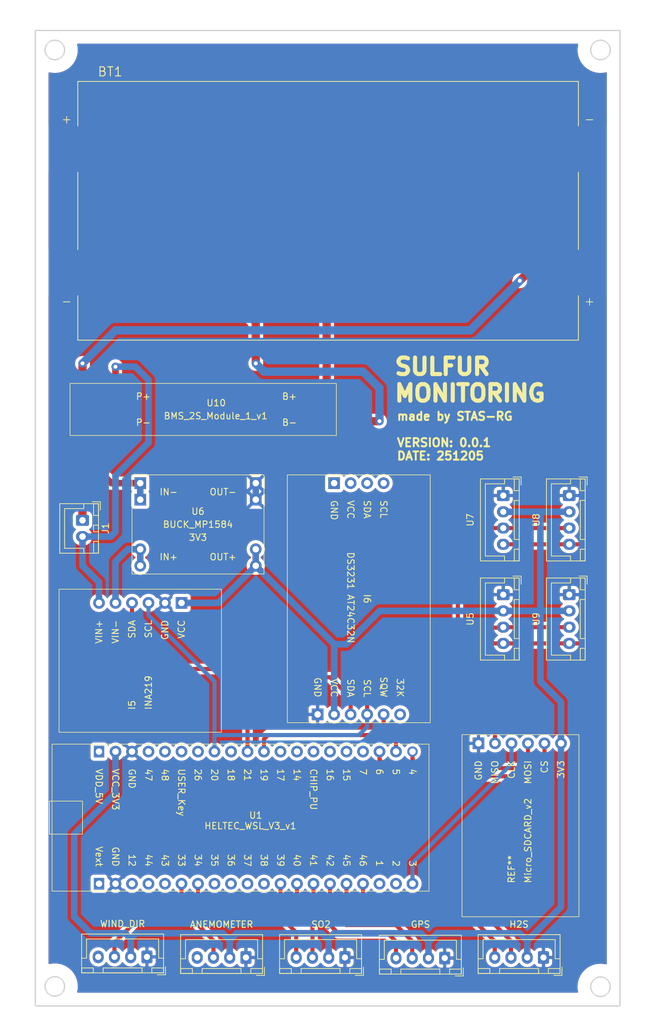
<source format=kicad_pcb>
(kicad_pcb (version 20241229) (generator "pcbnew") (generator_version "9.0")
  (layers (0 "F.Cu" signal) (2 "B.Cu" signal) (13 "F.Paste" user) (15 "B.Paste" user) (5 "F.SilkS" user "F.Silkscreen") (7 "B.SilkS" user "B.Silkscreen") (1 "F.Mask" user) (3 "B.Mask" user) (25 "Edge.Cuts" user))
  (net 0 "")
  (net 1 "+3V3")
  (net 2 "GND")
  (net 3 "SO2_TX")
  (net 4 "SO2_RX")
  (net 7 "H2S_RX")
  (net 8 "H2S_TX")
  (net 12 "GPS_TX")
  (net 15 "GPS_RX")
  (net 16 "I2C_SCL")
  (net 22 "I2C_SDA")
  (net 23 "Net-(I5-VIN-)")
  (net 24 "BMS_P+")
  (net 25 "RTC_INT_SQW")
  (net 31 "ADC_WIND_DIR")
  (net 32 "SPI_MOSI")
  (net 34 "SPI_SCK")
  (net 35 "SD_CS")
  (net 38 "SPI_MISO")
  (net 40 "ADC_ANEMOMETER")
  (net 41 "BMS_P-")
  (net 50 "Net-(U10-BM)")
  (net 51 "Net-(U10-B-)")
  (net 52 "Net-(U10-B+)")
  (footprint "Custom Board:uBlox_NEO-6M_Module_JST" (layer "F.Cu") (at 100.29 167.55 180)
    (property "Reference" "I3" (hide yes))
    (property "Value" "uBlox_NEO-6M" (hide yes))
    (fp_text user "GPS" (at 0 5.08 0) (layer "F.SilkS"))
    (pad "1" thru_hole roundrect (at -3.73 -0.09 180) (size 1.7 1.95) (drill 0.95) (layers "*.Cu" "*.Mask") (roundrect_rratio 0.147059) (net 2 "GND"))
    (pad "2" thru_hole oval (at -1.23 -0.09 180) (size 1.7 1.95) (drill 0.95) (layers "*.Cu" "*.Mask") (net 1 "+3V3"))
    (pad "3" thru_hole oval (at 1.27 -0.09 180) (size 1.7 1.95) (drill 0.95) (layers "*.Cu" "*.Mask") (net 12 "GPS_TX"))
    (pad "4" thru_hole oval (at 3.77 -0.09 180) (size 1.7 1.95) (drill 0.95) (layers "*.Cu" "*.Mask") (net 15 "GPS_RX"))
  )
  (footprint "Connector_JST:JST_XH_B4B-XH-A_1x04_P2.50mm_Vertical" (layer "F.Cu") (at 123.19 111.76 -90)
    (property "Reference" "U9" (at 3.75 5.08 90) (layer "F.SilkS"))
    (property "Value" "I2C_EXPANDER_JST")
    (pad "1" thru_hole roundrect (at 0 0 270) (size 1.7 1.95) (drill 0.95) (layers "*.Cu" "*.Mask") (roundrect_rratio 0.147059) (net 2 "GND"))
    (pad "2" thru_hole oval (at 2.5 0 270) (size 1.7 1.95) (drill 0.95) (layers "*.Cu" "*.Mask") (net 1 "+3V3"))
    (pad "3" thru_hole oval (at 5 0 270) (size 1.7 1.95) (drill 0.95) (layers "*.Cu" "*.Mask") (net 22 "I2C_SDA"))
    (pad "4" thru_hole oval (at 7.5 0 270) (size 1.7 1.95) (drill 0.95) (layers "*.Cu" "*.Mask") (net 16 "I2C_SCL"))
  )
  (footprint "Custom Board:TB600C_H2S_Module" (layer "F.Cu") (at 115.45 167.55 180)
    (property "Reference" "I2" (hide yes))
    (property "Value" "TB600C_H2S" (hide yes))
    (fp_text user "H2S" (at 0 5.08 0) (layer "F.SilkS"))
    (pad "1" thru_hole roundrect (at -3.77 0 180) (size 1.7 1.95) (drill 0.95) (layers "*.Cu" "*.Mask") (roundrect_rratio 0.147059) (net 2 "GND"))
    (pad "2" thru_hole oval (at -1.27 0 180) (size 1.7 1.95) (drill 0.95) (layers "*.Cu" "*.Mask") (net 1 "+3V3"))
    (pad "3" thru_hole oval (at 1.23 0 180) (size 1.7 1.95) (drill 0.95) (layers "*.Cu" "*.Mask") (net 8 "H2S_TX"))
    (pad "4" thru_hole oval (at 3.73 0 180) (size 1.7 1.95) (drill 0.95) (layers "*.Cu" "*.Mask") (net 7 "H2S_RX"))
  )
  (footprint "Custom Board:DS3231_Module" (layer "F.Cu") (at 89.535 112.395 -90)
    (property "Reference" "I6" (at 0 -2.54 270) (layer "F.SilkS"))
    (property "Value" "DS3231​")
    (fp_text user "GND" (at -15.24 2.54 270) (layer "F.SilkS") (effects (justify left)))
    (fp_text user "VCC" (at -15.24 0 270) (layer "F.SilkS") (effects (justify left)))
    (fp_text user "SDA" (at 15.24 -0.000001 270) (layer "F.SilkS") (effects (font (thickness 0.15) (bold yes)) (justify right)))
    (fp_text user "VCC" (at 15.24 2.539999 270) (layer "F.SilkS") (effects (font (thickness 0.15) (bold yes)) (justify right)))
    (fp_text user "SCL" (at 15.24 -2.540001 270) (layer "F.SilkS") (effects (font (thickness 0.15) (bold yes)) (justify right)))
    (fp_text user "SDA" (at -15.24 -2.54 270) (layer "F.SilkS") (effects (justify left)))
    (fp_text user "DS3231 AT24C32N" (at -0.185 0 270) (layer "F.SilkS"))
    (fp_text user "32K" (at 15.24 -7.620001 270) (layer "F.SilkS") (effects (font (thickness 0.15) (bold yes)) (justify right)))
    (fp_text user "GND" (at 15.24 5.079999 270) (layer "F.SilkS") (effects (font (thickness 0.15) (bold yes)) (justify right)))
    (fp_text user "SQW" (at 15.24 -5.080001 270) (layer "F.SilkS") (effects (font (thickness 0.15) (bold yes)) (justify right)))
    (fp_text user "SCL" (at -15.24 -5.08 270) (layer "F.SilkS") (effects (justify left)))
    (pad "1" thru_hole rect (at 17.78 5.079999 90) (size 1.8 1.8) (drill 1) (layers "*.Cu" "*.Mask") (net 2 "GND"))
    (pad "2" thru_hole circle (at 17.78 2.539999 90) (size 1.8 1.8) (drill 1) (layers "*.Cu" "*.Mask") (net 1 "+3V3"))
    (pad "3" thru_hole circle (at 17.78 -0.000001 90) (size 1.8 1.8) (drill 1) (layers "*.Cu" "*.Mask") (net 22 "I2C_SDA"))
    (pad "4" thru_hole circle (at 17.78 -2.540001 90) (size 1.8 1.8) (drill 1) (layers "*.Cu" "*.Mask") (net 16 "I2C_SCL"))
    (pad "5" thru_hole circle (at 17.78 -5.080001 90) (size 1.8 1.8) (drill 1) (layers "*.Cu" "*.Mask") (net 25 "RTC_INT_SQW"))
    (pad "6" thru_hole circle (at 17.78 -7.620001 90) (size 1.8 1.8) (drill 1) (layers "*.Cu" "*.Mask"))
    (pad "7" thru_hole rect (at -17.78 2.54 90) (size 1.8 1.8) (drill 1) (layers "*.Cu" "*.Mask"))
    (pad "8" thru_hole circle (at -17.78 0 90) (size 1.8 1.8) (drill 1) (layers "*.Cu" "*.Mask"))
    (pad "9" thru_hole circle (at -17.78 -2.54 90) (size 1.8 1.8) (drill 1) (layers "*.Cu" "*.Mask"))
    (pad "10" thru_hole circle (at -17.78 -5.08 90) (size 1.8 1.8) (drill 1) (layers "*.Cu" "*.Mask"))
  )
  (footprint "Connector_JST:JST_XH_B2B-XH-A_1x02_P2.50mm_Vertical" (layer "F.Cu") (at 48.26 100.33 -90)
    (property "Reference" "J1" (at 1.25 -3.55 90) (layer "F.SilkS"))
    (property "Value" "Conn_01x02")
    (pad "1" thru_hole roundrect (at 0 0 270) (size 1.7 2) (drill 1) (layers "*.Cu" "*.Mask") (roundrect_rratio 0.147059) (net 41 "BMS_P-"))
    (pad "2" thru_hole oval (at 2.5 0 270) (size 1.7 2) (drill 1) (layers "*.Cu" "*.Mask") (net 24 "BMS_P+"))
  )
  (footprint "Custom Board:Heltec_WSL_V3_Module" (layer "F.Cu") (at 71.12 146.05 -90)
    (property "Reference" "U1" (at -0.36 -3.81 0) (layer "F.SilkS"))
    (property "Value" "Heltec_WSL_V3")
    (fp_text user "18" (at -7.62 0 270) (layer "F.SilkS") (effects (justify left)))
    (fp_text user "43" (at 7.62 10.16 270) (layer "F.SilkS") (effects (justify right)))
    (fp_text user "2" (at 7.62 -25.4 270) (layer "F.SilkS") (effects (justify right)))
    (fp_text user "GND" (at -7.62 15.24 270) (layer "F.SilkS") (effects (justify left)))
    (fp_text user "35" (at 7.62 2.54 270) (layer "F.SilkS") (effects (justify right)))
    (fp_text user "20" (at -7.62 2.54 270) (layer "F.SilkS") (effects (justify left)))
    (fp_text user "48" (at -7.62 10.16 270) (layer "F.SilkS") (effects (justify left)))
    (fp_text user "26" (at -7.62 5.08 270) (layer "F.SilkS") (effects (justify left)))
    (fp_text user "1" (at 7.62 -22.86 270) (layer "F.SilkS") (effects (justify right)))
    (fp_text user "37" (at 7.62 -2.54 270) (layer "F.SilkS") (effects (justify right)))
    (fp_text user "12" (at 7.62 15.24 270) (layer "F.SilkS") (effects (justify right)))
    (fp_text user "21" (at -7.62 -2.54 270) (layer "F.SilkS") (effects (justify left)))
    (fp_text user "42" (at 7.62 -15.24 270) (layer "F.SilkS") (effects (justify right)))
    (fp_text user "VCC_3V3" (at -7.62 17.78 270) (layer "F.SilkS") (effects (justify left)))
    (fp_text user "36" (at 7.62 0 270) (layer "F.SilkS") (effects (justify right)))
    (fp_text user "Vext" (at 7.62 20.32 270) (layer "F.SilkS") (effects (justify right)))
    (fp_text user "39" (at 7.62 -7.62 270) (layer "F.SilkS") (effects (justify right)))
    (fp_text user "19" (at -7.62 -5.08 270) (layer "F.SilkS") (effects (justify left)))
    (fp_text user "GND" (at 7.62 17.78 270) (layer "F.SilkS") (effects (justify right)))
    (fp_text user "HELTEC_WSL_V3_v1" (at 1.27 -10.16 0) (layer "F.SilkS") (effects (justify right)))
    (fp_text user "38" (at 7.62 -5.08 270) (layer "F.SilkS") (effects (justify right)))
    (fp_text user "4" (at -7.62 -27.94 270) (layer "F.SilkS") (effects (justify left)))
    (fp_text user "40" (at 7.62 -10.16 270) (layer "F.SilkS") (effects (justify right)))
    (fp_text user "33" (at 7.62 7.62 270) (layer "F.SilkS") (effects (justify right)))
    (fp_text user "45" (at 7.62 -17.78 270) (layer "F.SilkS") (effects (justify right)))
    (fp_text user "46" (at 7.62 -20.32 270) (layer "F.SilkS") (effects (justify right)))
    (fp_text user "USER_Key" (at -7.62 7.62 270) (layer "F.SilkS") (effects (justify left)))
    (fp_text user "CHIP_PU" (at -7.62 -12.7 270) (layer "F.SilkS") (effects (justify left)))
    (fp_text user "41" (at 7.62 -12.7 270) (layer "F.SilkS") (effects (justify right)))
    (fp_text user "34" (at 7.62 5.08 270) (layer "F.SilkS") (effects (justify right)))
    (fp_text user "44" (at 7.62 12.7 270) (layer "F.SilkS") (effects (justify right)))
    (fp_text user "VDD_5V" (at -7.62 20.32 270) (layer "F.SilkS") (effects (justify left)))
    (fp_text user "17" (at -7.62 -7.62 270) (layer "F.SilkS") (effects (justify left)))
    (fp_text user "15" (at -7.62 -17.78 270) (layer "F.SilkS") (effects (justify left)))
    (fp_text user "14" (at -7.62 -10.16 270) (layer "F.SilkS") (effects (justify left)))
    (fp_text user "5" (at -7.62 -25.4 270) (layer "F.SilkS") (effects (justify left)))
    (fp_text user "7" (at -7.62 -20.32 270) (layer "F.SilkS") (effects (justify left)))
    (fp_text user "6" (at -7.62 -22.86 270) (layer "F.SilkS") (effects (justify left)))
    (fp_text user "47" (at -7.62 12.7 270) (layer "F.SilkS") (effects (justify left)))
    (fp_text user "16" (at -7.62 -15.24 270) (layer "F.SilkS") (effects (justify left)))
    (fp_text user "3" (at 7.62 -27.94 270) (layer "F.SilkS") (effects (justify right)))
    (pad "1" thru_hole rect (at 10.16 20.32 270) (size 1.8 1.6) (drill 1) (layers "*.Cu" "*.Mask"))
    (pad "2" thru_hole circle (at 10.16 17.78 180) (size 1.8 1.8) (drill 1) (layers "*.Cu" "*.Mask") (net 2 "GND"))
    (pad "3" thru_hole circle (at 10.16 15.24 180) (size 1.8 1.8) (drill 1) (layers "*.Cu" "*.Mask"))
    (pad "4" thru_hole circle (at 10.16 12.7 180) (size 1.8 1.8) (drill 1) (layers "*.Cu" "*.Mask"))
    (pad "5" thru_hole circle (at 10.16 10.16 180) (size 1.8 1.8) (drill 1) (layers "*.Cu" "*.Mask"))
    (pad "6" thru_hole circle (at 10.16 7.62 180) (size 1.8 1.8) (drill 1) (layers "*.Cu" "*.Mask") (net 31 "ADC_WIND_DIR"))
    (pad "7" thru_hole circle (at 10.16 5.08 180) (size 1.8 1.8) (drill 1) (layers "*.Cu" "*.Mask") (net 40 "ADC_ANEMOMETER"))
    (pad "8" thru_hole circle (at 10.16 2.54 180) (size 1.8 1.8) (drill 1) (layers "*.Cu" "*.Mask"))
    (pad "9" thru_hole circle (at 10.16 0 180) (size 1.8 1.8) (drill 1) (layers "*.Cu" "*.Mask"))
    (pad "10" thru_hole circle (at 10.16 -2.54 180) (size 1.8 1.8) (drill 1) (layers "*.Cu" "*.Mask"))
    (pad "11" thru_hole circle (at 10.16 -5.08 180) (size 1.8 1.8) (drill 1) (layers "*.Cu" "*.Mask"))
    (pad "12" thru_hole circle (at 10.16 -7.62 180) (size 1.8 1.8) (drill 1) (layers "*.Cu" "*.Mask") (net 4 "SO2_RX"))
    (pad "13" thru_hole circle (at 10.16 -10.16 180) (size 1.8 1.8) (drill 1) (layers "*.Cu" "*.Mask") (net 3 "SO2_TX"))
    (pad "14" thru_hole circle (at 10.16 -12.7 180) (size 1.8 1.8) (drill 1) (layers "*.Cu" "*.Mask") (net 15 "GPS_RX"))
    (pad "15" thru_hole circle (at 10.16 -15.24 180) (size 1.8 1.8) (drill 1) (layers "*.Cu" "*.Mask") (net 12 "GPS_TX"))
    (pad "16" thru_hole circle (at 10.16 -17.78 180) (size 1.8 1.8) (drill 1) (layers "*.Cu" "*.Mask") (net 7 "H2S_RX"))
    (pad "17" thru_hole circle (at 10.16 -20.32 180) (size 1.8 1.8) (drill 1) (layers "*.Cu" "*.Mask") (net 8 "H2S_TX"))
    (pad "18" thru_hole circle (at 10.16 -22.86 180) (size 1.8 1.8) (drill 1) (layers "*.Cu" "*.Mask"))
    (pad "19" thru_hole circle (at 10.16 -25.4 180) (size 1.8 1.8) (drill 1) (layers "*.Cu" "*.Mask"))
    (pad "20" thru_hole circle (at 10.16 -27.94 180) (size 1.8 1.8) (drill 1) (layers "*.Cu" "*.Mask") (net 34 "SPI_SCK"))
    (pad "21" thru_hole rect (at -10.16 20.32 270) (size 1.8 1.6) (drill 1) (layers "*.Cu" "*.Mask"))
    (pad "22" thru_hole circle (at -10.16 17.78 180) (size 1.8 1.8) (drill 1) (layers "*.Cu" "*.Mask") (net 1 "+3V3"))
    (pad "23" thru_hole circle (at -10.16 15.24 180) (size 1.8 1.8) (drill 1) (layers "*.Cu" "*.Mask") (net 2 "GND"))
    (pad "24" thru_hole circle (at -10.16 12.7 180) (size 1.8 1.8) (drill 1) (layers "*.Cu" "*.Mask"))
    (pad "25" thru_hole circle (at -10.16 10.16 180) (size 1.8 1.8) (drill 1) (layers "*.Cu" "*.Mask"))
    (pad "26" thru_hole circle (at -10.16 7.62 180) (size 1.8 1.8) (drill 1) (layers "*.Cu" "*.Mask"))
    (pad "27" thru_hole circle (at -10.16 5.08 180) (size 1.8 1.8) (drill 1) (layers "*.Cu" "*.Mask"))
    (pad "28" thru_hole circle (at -10.16 2.54 180) (size 1.8 1.8) (drill 1) (layers "*.Cu" "*.Mask") (net 16 "I2C_SCL"))
    (pad "29" thru_hole circle (at -10.16 0 180) (size 1.8 1.8) (drill 1) (layers "*.Cu" "*.Mask"))
    (pad "30" thru_hole circle (at -10.16 -2.54 180) (size 1.8 1.8) (drill 1) (layers "*.Cu" "*.Mask") (net 22 "I2C_SDA"))
    (pad "31" thru_hole circle (at -10.16 -5.08 180) (size 1.8 1.8) (drill 1) (layers "*.Cu" "*.Mask") (net 25 "RTC_INT_SQW"))
    (pad "32" thru_hole circle (at -10.16 -7.62 180) (size 1.8 1.8) (drill 1) (layers "*.Cu" "*.Mask"))
    (pad "33" thru_hole circle (at -10.16 -10.16 180) (size 1.8 1.8) (drill 1) (layers "*.Cu" "*.Mask"))
    (pad "34" thru_hole circle (at -10.16 -12.7 180) (size 1.8 1.8) (drill 1) (layers "*.Cu" "*.Mask"))
    (pad "35" thru_hole circle (at -10.16 -15.24 180) (size 1.8 1.8) (drill 1) (layers "*.Cu" "*.Mask"))
    (pad "36" thru_hole circle (at -10.16 -17.78 180) (size 1.8 1.8) (drill 1) (layers "*.Cu" "*.Mask"))
    (pad "37" thru_hole circle (at -10.16 -20.32 180) (size 1.8 1.8) (drill 1) (layers "*.Cu" "*.Mask"))
    (pad "38" thru_hole circle (at -10.16 -22.86 180) (size 1.8 1.8) (drill 1) (layers "*.Cu" "*.Mask") (net 35 "SD_CS"))
    (pad "39" thru_hole circle (at -10.16 -25.4 180) (size 1.8 1.8) (drill 1) (layers "*.Cu" "*.Mask") (net 38 "SPI_MISO"))
    (pad "40" thru_hole circle (at -10.16 -27.94 180) (size 1.6 1.6) (drill 1) (layers "*.Cu" "*.Mask") (net 32 "SPI_MOSI"))
  )
  (footprint "Custom Board:Micro_SDCARD_v2_Module" (layer "F.Cu") (at 115.57 147.32 90)
    (property "Reference" "U3" (hide yes))
    (property "Value" "Micro_SDCARD_v2" (hide yes))
    (fp_text user "CLK" (at 10.16 -1.27 90) (layer "F.SilkS") (effects (justify right)))
    (fp_text user "GND" (at 10.16 -6.35 90) (layer "F.SilkS") (effects (justify right)))
    (fp_text user "3V3" (at 10.16 6.35 90) (layer "F.SilkS") (effects (justify right)))
    (fp_text user "MISO" (at 10.16 -3.81 90) (layer "F.SilkS") (effects (justify right)))
    (fp_text user "Micro_SDCARD_v2" (at -8.89 1.27 90) (layer "F.SilkS") (effects (justify left)))
    (fp_text user "REF**" (at -8.89 -1.27 90) (layer "F.SilkS") (effects (justify left)))
    (fp_text user "MOSI" (at 10.16 1.27 90) (layer "F.SilkS") (effects (justify right)))
    (fp_text user "CS" (at 10.16 3.81 90) (layer "F.SilkS") (effects (justify right)))
    (pad "1" thru_hole rect (at 12.7 -6.35) (size 1.8 1.8) (drill 1) (layers "*.Cu" "*.Mask") (net 2 "GND"))
    (pad "2" thru_hole circle (at 12.7 -3.81) (size 1.8 1.8) (drill 1) (layers "*.Cu" "*.Mask") (net 38 "SPI_MISO"))
    (pad "3" thru_hole circle (at 12.7 -1.27) (size 1.8 1.8) (drill 1) (layers "*.Cu" "*.Mask") (net 34 "SPI_SCK"))
    (pad "4" thru_hole circle (at 12.7 1.27) (size 1.8 1.8) (drill 1) (layers "*.Cu" "*.Mask") (net 32 "SPI_MOSI"))
    (pad "5" thru_hole circle (at 12.7 3.81) (size 1.8 1.8) (drill 1) (layers "*.Cu" "*.Mask") (net 35 "SD_CS"))
    (pad "6" thru_hole circle (at 12.7 6.35) (size 1.8 1.8) (drill 1) (layers "*.Cu" "*.Mask") (net 1 "+3V3"))
  )
  (footprint "Connector_JST:JST_XH_B4B-XH-A_1x04_P2.50mm_Vertical" (layer "F.Cu") (at 113.03 96.52 -90)
    (property "Reference" "U7" (at 3.75 5.08 90) (layer "F.SilkS"))
    (property "Value" "Light_Sensor_I2C_JST")
    (pad "1" thru_hole roundrect (at 0 0 270) (size 1.7 1.95) (drill 0.95) (layers "*.Cu" "*.Mask") (roundrect_rratio 0.147059) (net 2 "GND"))
    (pad "2" thru_hole oval (at 2.5 0 270) (size 1.7 1.95) (drill 0.95) (layers "*.Cu" "*.Mask") (net 1 "+3V3"))
    (pad "3" thru_hole oval (at 5 0 270) (size 1.7 1.95) (drill 0.95) (layers "*.Cu" "*.Mask") (net 22 "I2C_SDA"))
    (pad "4" thru_hole oval (at 7.5 0 270) (size 1.7 1.95) (drill 0.95) (layers "*.Cu" "*.Mask") (net 16 "I2C_SCL"))
  )
  (footprint "Connector_JST:JST_XH_B4B-XH-A_1x04_P2.50mm_Vertical" (layer "F.Cu") (at 123.19 96.52 -90)
    (property "Reference" "U8" (at 3.75 5.08 90) (layer "F.SilkS"))
    (property "Value" "I2C_EXPANDER_JST")
    (pad "1" thru_hole roundrect (at 0 0 270) (size 1.7 1.95) (drill 0.95) (layers "*.Cu" "*.Mask") (roundrect_rratio 0.147059) (net 2 "GND"))
    (pad "2" thru_hole oval (at 2.5 0 270) (size 1.7 1.95) (drill 0.95) (layers "*.Cu" "*.Mask") (net 1 "+3V3"))
    (pad "3" thru_hole oval (at 5 0 270) (size 1.7 1.95) (drill 0.95) (layers "*.Cu" "*.Mask") (net 22 "I2C_SDA"))
    (pad "4" thru_hole oval (at 7.5 0 270) (size 1.7 1.95) (drill 0.95) (layers "*.Cu" "*.Mask") (net 16 "I2C_SCL"))
  )
  (footprint "1048:BAT_1048" (layer "F.Cu") (at 86.066 52.735)
    (property "Reference" "BT1" (at -33.555 -21.389 0) (layer "F.SilkS") (effects (font (size 1.4 1.4))))
    (property "Value" "1048")
    (pad "N1" smd rect (at 39.08 -9.555) (size 6.84 6.35) (layers "F.Cu" "F.Mask" "F.Paste") (net 50 "Net-(U10-BM)"))
    (pad "N2" smd rect (at -39.08 9.555) (size 6.84 6.35) (layers "F.Cu" "F.Mask" "F.Paste") (net 51 "Net-(U10-B-)"))
    (pad "P1" smd rect (at -39.08 -9.555) (size 6.84 6.35) (layers "F.Cu" "F.Mask" "F.Paste") (net 52 "Net-(U10-B+)"))
    (pad "P2" smd rect (at 39.08 9.555) (size 6.84 6.35) (layers "F.Cu" "F.Mask" "F.Paste") (net 50 "Net-(U10-BM)"))
  )
  (footprint "Custom Board:STASRG_Anemometer_Module" (layer "F.Cu") (at 69.67 167.55 180)
    (property "Reference" "U2" (hide yes))
    (property "Value" "Anemometer")
    (fp_text user "ANEMOMETER" (at 0 5.08 0) (layer "F.SilkS"))
    (pad "1" thru_hole roundrect (at -3.75 0 180) (size 1.7 1.95) (drill 0.95) (layers "*.Cu" "*.Mask") (roundrect_rratio 0.147059) (net 2 "GND"))
    (pad "2" thru_hole oval (at -1.25 0 180) (size 1.7 1.95) (drill 0.95) (layers "*.Cu" "*.Mask") (net 1 "+3V3"))
    (pad "3" thru_hole oval (at 1.25 0 180) (size 1.7 1.95) (drill 0.95) (layers "*.Cu" "*.Mask") (net 40 "ADC_ANEMOMETER"))
    (pad "4" thru_hole oval (at 3.75 0 180) (size 1.7 1.95) (drill 0.95) (layers "*.Cu" "*.Mask"))
  )
  (footprint "Custom Board:STASRG_Wind_Dir_Module" (layer "F.Cu") (at 54.43 167.46 180)
    (property "Reference" "U4" (hide yes))
    (property "Value" "Wind_Direction" (hide yes))
    (fp_text user "WIND_DIR" (at 0 5.08 0) (layer "F.SilkS"))
    (pad "1" thru_hole roundrect (at -3.75 0 180) (size 1.7 1.95) (drill 0.95) (layers "*.Cu" "*.Mask") (roundrect_rratio 0.147059) (net 2 "GND"))
    (pad "2" thru_hole oval (at -1.25 0 180) (size 1.7 1.95) (drill 0.95) (layers "*.Cu" "*.Mask") (net 1 "+3V3"))
    (pad "3" thru_hole oval (at 1.25 0 180) (size 1.7 1.95) (drill 0.95) (layers "*.Cu" "*.Mask") (net 31 "ADC_WIND_DIR"))
    (pad "4" thru_hole oval (at 3.75 0 180) (size 1.7 1.95) (drill 0.95) (layers "*.Cu" "*.Mask"))
  )
  (footprint "Custom Board:TB600B_SO2_Module" (layer "F.Cu") (at 84.97 167.55 180)
    (property "Reference" "I1" (hide yes))
    (property "Value" "TB600B SO2" (hide yes))
    (fp_text user "SO2" (at 0 5.08 0) (layer "F.SilkS"))
    (pad "1" thru_hole roundrect (at -3.69 0 180) (size 1.7 1.95) (drill 0.95) (layers "*.Cu" "*.Mask") (roundrect_rratio 0.147059) (net 2 "GND"))
    (pad "2" thru_hole oval (at -1.19 0 180) (size 1.7 1.95) (drill 0.95) (layers "*.Cu" "*.Mask") (net 1 "+3V3"))
    (pad "3" thru_hole oval (at 1.31 0 180) (size 1.7 1.95) (drill 0.95) (layers "*.Cu" "*.Mask") (net 3 "SO2_TX"))
    (pad "4" thru_hole oval (at 3.81 0 180) (size 1.7 1.95) (drill 0.95) (layers "*.Cu" "*.Mask") (net 4 "SO2_RX"))
  )
  (footprint "Custom Board:BUCK_MP1584_3V3_Module" (layer "F.Cu") (at 66.04 100.965)
    (property "Reference" "U6" (at 0 -2 0) (layer "F.SilkS"))
    (property "Value" "BUCK_MP1584_3V3")
    (fp_text user "OUT+" (at 6 5 0) (layer "F.SilkS") (effects (justify right)))
    (fp_text user "3V3" (at 0 2 0) (layer "F.SilkS"))
    (fp_text user "IN+" (at -6 5 0) (layer "F.SilkS") (effects (justify left)))
    (fp_text user "IN-" (at -6 -5 0) (layer "F.SilkS") (effects (justify left)))
    (fp_text user "BUCK_MP1584" (at 0 0 0) (layer "F.SilkS"))
    (fp_text user "OUT-" (at 6 -5 0) (layer "F.SilkS") (effects (justify right)))
    (pad "1" thru_hole circle (at -8.89 3.81) (size 1.8 1.8) (drill 1) (layers "*.Cu" "*.Mask") (net 23 "Net-(I5-VIN-)"))
    (pad "1" thru_hole circle (at -8.89 6.35) (size 1.8 1.8) (drill 1) (layers "*.Cu" "*.Mask") (net 23 "Net-(I5-VIN-)"))
    (pad "2" thru_hole rect (at -8.89 -6.35) (size 1.8 1.8) (drill 1) (layers "*.Cu" "*.Mask") (net 41 "BMS_P-"))
    (pad "2" thru_hole rect (at -8.89 -3.81) (size 1.8 1.8) (drill 1) (layers "*.Cu" "*.Mask") (net 41 "BMS_P-"))
    (pad "3" thru_hole circle (at 8.89 3.81) (size 1.8 1.8) (drill 1) (layers "*.Cu" "*.Mask") (net 1 "+3V3"))
    (pad "3" thru_hole circle (at 8.89 6.35) (size 1.8 1.8) (drill 1) (layers "*.Cu" "*.Mask") (net 1 "+3V3"))
    (pad "4" thru_hole rect (at 8.89 -6.35) (size 1.8 1.8) (drill 1) (layers "*.Cu" "*.Mask") (net 2 "GND"))
    (pad "4" thru_hole rect (at 8.89 -3.81) (size 1.8 1.8) (drill 1) (layers "*.Cu" "*.Mask") (net 2 "GND"))
  )
  (footprint "Custom Board:INA219_Module" (layer "F.Cu") (at 57.15 121.92 90)
    (property "Reference" "I5" (at -7.62 -1.27 90) (layer "F.SilkS") (effects (justify left)))
    (property "Value" "INA219")
    (fp_text user "VIN-" (at 6.35 -3.81 90) (layer "F.SilkS") (effects (justify right)))
    (fp_text user "VCC" (at 6.35 6.35 90) (layer "F.SilkS") (effects (justify right)))
    (fp_text user "INA219" (at -7.62 1.27 90) (layer "F.SilkS") (effects (justify left)))
    (fp_text user "SDA" (at 6.35 -1.27 90) (layer "F.SilkS") (effects (justify right)))
    (fp_text user "VIN+" (at 6.35 -6.35 90) (layer "F.SilkS") (effects (justify right)))
    (fp_text user "GND" (at 6.35 3.81 90) (layer "F.SilkS") (effects (justify right)))
    (fp_text user "SCL" (at 6.35 1.27 90) (layer "F.SilkS") (effects (justify right)))
    (pad "1" thru_hole rect (at 8.89 6.35 180) (size 1.8 1.8) (drill 1) (layers "*.Cu" "*.Mask") (net 1 "+3V3"))
    (pad "2" thru_hole circle (at 8.89 3.81 180) (size 1.8 1.8) (drill 1) (layers "*.Cu" "*.Mask") (net 2 "GND"))
    (pad "3" thru_hole circle (at 8.89 1.27 180) (size 1.8 1.8) (drill 1) (layers "*.Cu" "*.Mask") (net 16 "I2C_SCL"))
    (pad "4" thru_hole circle (at 8.89 -1.27 180) (size 1.8 1.8) (drill 1) (layers "*.Cu" "*.Mask") (net 22 "I2C_SDA"))
    (pad "5" thru_hole circle (at 8.89 -3.81 180) (size 1.8 1.8) (drill 1) (layers "*.Cu" "*.Mask") (net 23 "Net-(I5-VIN-)"))
    (pad "6" thru_hole circle (at 8.89 -6.35 180) (size 1.8 1.8) (drill 1) (layers "*.Cu" "*.Mask") (net 24 "BMS_P+"))
  )
  (footprint "Custom Board:BMS_2S_Module_1_v1" (layer "F.Cu") (at 66.84 83.28)
    (property "Reference" "U10" (at 2 -1 0) (layer "F.SilkS"))
    (property "Value" "BMS_2S_Module_1_v1")
    (fp_text user "B+" (at 14.5 -2 0) (layer "F.SilkS") (effects (justify right)))
    (fp_text user "B-" (at 14.5 2 0) (layer "F.SilkS") (effects (justify right)))
    (fp_text user "BMS_2S_Module_1_v1" (at 10 1 0) (layer "F.SilkS") (effects (justify right)))
    (fp_text user "P+" (at -8 -2 0) (layer "F.SilkS") (effects (justify right)))
    (fp_text user "P-" (at -8 2 0) (layer "F.SilkS") (effects (justify right)))
    (pad "1" smd oval (at -13.5 2.75) (size 4 4.5) (layers "F.Cu" "F.Mask" "F.Paste") (net 41 "BMS_P-"))
    (pad "2" smd oval (at -13.5 -2.75) (size 4 4.5) (layers "F.Cu" "F.Mask" "F.Paste") (net 24 "BMS_P+"))
    (pad "3" smd roundrect (at 19 2) (size 6 3) (layers "F.Cu" "F.Mask" "F.Paste") (roundrect_rratio 0.15) (net 51 "Net-(U10-B-)"))
    (pad "4" smd roundrect (at 19 -2) (size 6 3) (layers "F.Cu" "F.Mask" "F.Paste") (roundrect_rratio 0.15) (net 52 "Net-(U10-B+)"))
    (pad "5" smd roundrect (at -19.25 0 90) (size 4 4.5) (layers "F.Cu" "F.Mask" "F.Paste") (roundrect_rratio 0.15) (net 50 "Net-(U10-BM)"))
  )
  (footprint "Connector_JST:JST_XH_B4B-XH-A_1x04_P2.50mm_Vertical" (layer "F.Cu") (at 113.03 111.76 -90)
    (property "Reference" "U5" (at 3.75 5.08 270) (layer "F.SilkS"))
    (property "Value" "BME280_Module_JST")
    (pad "1" thru_hole roundrect (at 0 0 270) (size 1.7 1.95) (drill 0.95) (layers "*.Cu" "*.Mask") (roundrect_rratio 0.147059) (net 2 "GND"))
    (pad "2" thru_hole oval (at 2.5 0 270) (size 1.7 1.95) (drill 0.95) (layers "*.Cu" "*.Mask") (net 1 "+3V3"))
    (pad "3" thru_hole oval (at 5 0 270) (size 1.7 1.95) (drill 0.95) (layers "*.Cu" "*.Mask") (net 22 "I2C_SDA"))
    (pad "4" thru_hole oval (at 7.5 0 270) (size 1.7 1.95) (drill 0.95) (layers "*.Cu" "*.Mask") (net 16 "I2C_SCL"))
  )
  (gr_circle (center 44 28) (end 45.5 28) (stroke (width 0.2)) (fill no) (layer "Edge.Cuts"))
  (gr_circle (center 44 172) (end 45.5 172) (stroke (width 0.2)) (fill no) (layer "Edge.Cuts"))
  (gr_rect (start 41 25) (end 131 175) (stroke (width 0.2)) (fill no) (layer "Edge.Cuts"))
  (gr_circle (center 128 172.05) (end 129.5 172.05) (stroke (width 0.2)) (fill no) (layer "Edge.Cuts"))
  (gr_circle (center 128 28) (end 129.5 28) (stroke (width 0.2)) (fill no) (layer "Edge.Cuts"))
  (gr_text "SULFUR\nMONITORING\n" (at 96.012 78.74 0) (layer "F.SilkS") (effects (font (size 2.54 2.54) (thickness 0.762)) (justify left)))
  (gr_text "made by STAS-RG" (at 96.52 84.328 0) (layer "F.SilkS") (effects (font (size 1.27 1.27) (thickness 0.3) (bold yes)) (justify left)))
  (gr_text "VERSION: 0.0.1\nDATE: 251205" (at 96.52 89.408 0) (layer "F.SilkS") (effects (font (size 1.27 1.27) (thickness 0.3) (bold yes)) (justify left)))
  (segment (start 86.16 164.9) (end 86.16 167.55) (width 1.016) (layer "B.Cu") (net 1))
  (segment (start 86.16 164.9) (end 86.16 164.665) (width 1.016) (layer "B.Cu") (net 1))
  (segment (start 74.93 107.315) (end 69.215 113.03) (width 1.016) (layer "B.Cu") (net 1))
  (segment (start 53.34 135.89) (end 53.34 142.24) (width 1.016) (layer "B.Cu") (net 1))
  (segment (start 55.68 167.46) (end 55.68 164.665) (width 1.016) (layer "B.Cu") (net 1))
  (segment (start 118.745 125.095) (end 121.92 128.27) (width 1.016) (layer "B.Cu") (net 1))
  (segment (start 100.33 163.83) (end 101.52 165.02) (width 1.016) (layer "B.Cu") (net 1))
  (segment (start 70.92 164.9) (end 70.92 167.55) (width 1.016) (layer "B.Cu") (net 1))
  (segment (start 121.92 128.27) (end 121.92 134.62) (width 1.016) (layer "B.Cu") (net 1))
  (segment (start 102.87 163.83) (end 115.57 163.83) (width 1.016) (layer "B.Cu") (net 1))
  (segment (start 113.03 114.26) (end 94.02 114.26) (width 1.016) (layer "B.Cu") (net 1))
  (segment (start 74.93 104.775) (end 74.93 107.315) (width 1.016) (layer "B.Cu") (net 1))
  (segment (start 71.99 163.83) (end 85.09 163.83) (width 1.016) (layer "B.Cu") (net 1))
  (segment (start 69.215 113.03) (end 63.5 113.03) (width 1.016) (layer "B.Cu") (net 1))
  (segment (start 118.745 99.02) (end 118.745 114.26) (width 1.016) (layer "B.Cu") (net 1))
  (segment (start 69.85 163.83) (end 70.92 164.9) (width 1.016) (layer "B.Cu") (net 1))
  (segment (start 85.09 163.83) (end 86.16 164.9) (width 1.016) (layer "B.Cu") (net 1))
  (segment (start 118.745 114.26) (end 118.745 125.095) (width 1.016) (layer "B.Cu") (net 1))
  (segment (start 46.99 148.59) (end 46.99 161.29) (width 1.016) (layer "B.Cu") (net 1))
  (segment (start 55.68 164.665) (end 56.515 163.83) (width 1.016) (layer "B.Cu") (net 1))
  (segment (start 101.52 165.02) (end 101.52 167.64) (width 1.016) (layer "B.Cu") (net 1))
  (segment (start 116.72 164.98) (end 116.72 167.55) (width 1.016) (layer "B.Cu") (net 1))
  (segment (start 101.52 165.02) (end 101.68 165.02) (width 1.016) (layer "B.Cu") (net 1))
  (segment (start 86.995001 119.380001) (end 74.93 107.315) (width 1.016) (layer "B.Cu") (net 1))
  (segment (start 101.68 165.02) (end 102.87 163.83) (width 1.016) (layer "B.Cu") (net 1))
  (segment (start 118.745 114.26) (end 123.19 114.26) (width 1.016) (layer "B.Cu") (net 1))
  (segment (start 118.745 99.02) (end 123.19 99.02) (width 1.016) (layer "B.Cu") (net 1))
  (segment (start 86.16 164.665) (end 86.995 163.83) (width 1.016) (layer "B.Cu") (net 1))
  (segment (start 46.99 161.29) (end 49.53 163.83) (width 1.016) (layer "B.Cu") (net 1))
  (segment (start 115.57 163.83) (end 116.72 164.98) (width 1.016) (layer "B.Cu") (net 1))
  (segment (start 94.02 114.26) (end 88.899999 119.380001) (width 1.016) (layer "B.Cu") (net 1))
  (segment (start 49.53 163.83) (end 54.845 163.83) (width 1.016) (layer "B.Cu") (net 1))
  (segment (start 70.92 164.9) (end 71.99 163.83) (width 1.016) (layer "B.Cu") (net 1))
  (segment (start 116.84 167.43) (end 116.72 167.55) (width 1.016) (layer "B.Cu") (net 1))
  (segment (start 56.515 163.83) (end 69.85 163.83) (width 1.016) (layer "B.Cu") (net 1))
  (segment (start 88.899999 119.380001) (end 86.995001 119.380001) (width 1.016) (layer "B.Cu") (net 1))
  (segment (start 121.92 134.62) (end 121.92 159.78) (width 1.016) (layer "B.Cu") (net 1))
  (segment (start 86.995001 130.175) (end 86.995001 119.380001) (width 1.016) (layer "B.Cu") (net 1))
  (segment (start 121.92 159.78) (end 116.72 164.98) (width 1.016) (layer "B.Cu") (net 1))
  (segment (start 53.34 142.24) (end 46.99 148.59) (width 1.016) (layer "B.Cu") (net 1))
  (segment (start 86.995 163.83) (end 100.33 163.83) (width 1.016) (layer "B.Cu") (net 1))
  (segment (start 54.845 163.83) (end 55.68 164.665) (width 1.016) (layer "B.Cu") (net 1))
  (segment (start 113.03 114.26) (end 118.745 114.26) (width 1.016) (layer "B.Cu") (net 1))
  (segment (start 113.03 99.02) (end 118.745 99.02) (width 1.016) (layer "B.Cu") (net 1))
  (segment (start 74.93 94.615) (end 74.93 97.155) (width 1.016) (layer "B.Cu") (net 2))
  (segment (start 81.28 160.02) (end 83.66 162.4) (width 0.635) (layer "F.Cu") (net 3))
  (segment (start 81.28 156.21) (end 81.28 160.02) (width 0.635) (layer "F.Cu") (net 3))
  (segment (start 83.66 162.4) (end 83.66 167.55) (width 0.635) (layer "F.Cu") (net 3))
  (segment (start 78.74 161.29) (end 78.74 156.21) (width 0.635) (layer "F.Cu") (net 4))
  (segment (start 81.16 163.71) (end 78.74 161.29) (width 0.635) (layer "F.Cu") (net 4))
  (segment (start 81.16 167.55) (end 81.16 163.71) (width 0.635) (layer "F.Cu") (net 4))
  (segment (start 88.9 156.21) (end 88.9 160.02) (width 0.635) (layer "F.Cu") (net 7))
  (segment (start 90.17 161.29) (end 107.95 161.29) (width 0.635) (layer "F.Cu") (net 7))
  (segment (start 88.9 160.02) (end 90.17 161.29) (width 0.635) (layer "F.Cu") (net 7))
  (segment (start 107.95 161.29) (end 111.72 165.06) (width 0.635) (layer "F.Cu") (net 7))
  (segment (start 111.72 165.06) (end 111.72 167.55) (width 0.635) (layer "F.Cu") (net 7))
  (segment (start 114.22 165.02) (end 114.22 167.55) (width 0.635) (layer "F.Cu") (net 8))
  (segment (start 114.3 167.47) (end 114.22 167.55) (width 0.635) (layer "F.Cu") (net 8))
  (segment (start 109.22 160.02) (end 114.22 165.02) (width 0.635) (layer "F.Cu") (net 8))
  (segment (start 92.71 160.02) (end 109.22 160.02) (width 0.635) (layer "F.Cu") (net 8))
  (segment (start 91.44 158.75) (end 92.71 160.02) (width 0.635) (layer "F.Cu") (net 8))
  (segment (start 91.44 156.21) (end 91.44 158.75) (width 0.635) (layer "F.Cu") (net 8))
  (segment (start 88.9 162.56) (end 96.52 162.56) (width 0.635) (layer "F.Cu") (net 12))
  (segment (start 99.06 167.6) (end 99.02 167.64) (width 0.635) (layer "F.Cu") (net 12))
  (segment (start 99.02 165.06) (end 99.02 167.64) (width 0.635) (layer "F.Cu") (net 12))
  (segment (start 96.52 162.56) (end 99.02 165.06) (width 0.635) (layer "F.Cu") (net 12))
  (segment (start 86.36 160.02) (end 88.9 162.56) (width 0.635) (layer "F.Cu") (net 12))
  (segment (start 86.36 156.21) (end 86.36 160.02) (width 0.635) (layer "F.Cu") (net 12))
  (segment (start 96.52 165.1) (end 96.52 167.64) (width 0.635) (layer "F.Cu") (net 15))
  (segment (start 83.82 156.21) (end 83.82 160.02) (width 0.635) (layer "F.Cu") (net 15))
  (segment (start 87.63 163.83) (end 95.25 163.83) (width 0.635) (layer "F.Cu") (net 15))
  (segment (start 83.82 160.02) (end 87.63 163.83) (width 0.635) (layer "F.Cu") (net 15))
  (segment (start 95.25 163.83) (end 96.52 165.1) (width 0.635) (layer "F.Cu") (net 15))
  (segment (start 113.03 104.02) (end 123.19 104.02) (width 0.635) (layer "F.Cu") (net 16))
  (segment (start 124.975 104.02) (end 127 106.045) (width 0.635) (layer "F.Cu") (net 16))
  (segment (start 113.03 119.26) (end 123.19 119.26) (width 0.635) (layer "F.Cu") (net 16))
  (segment (start 92.075001 130.175) (end 92.075001 127.635001) (width 0.635) (layer "F.Cu") (net 16))
  (segment (start 92.075 127.635) (end 100.45 119.26) (width 0.635) (layer "F.Cu") (net 16))
  (segment (start 100.45 119.26) (end 113.03 119.26) (width 0.635) (layer "F.Cu") (net 16))
  (segment (start 125.215 119.26) (end 123.19 119.26) (width 0.635) (layer "F.Cu") (net 16))
  (segment (start 127 117.475) (end 125.215 119.26) (width 0.635) (layer "F.Cu") (net 16))
  (segment (start 123.19 104.02) (end 124.975 104.02) (width 0.635) (layer "F.Cu") (net 16))
  (segment (start 127 106.045) (end 127 117.475) (width 0.635) (layer "F.Cu") (net 16))
  (segment (start 92.075001 127.635001) (end 92.075 127.635) (width 0.635) (layer "F.Cu") (net 16))
  (segment (start 68.58 133.35) (end 68.58 135.89) (width 0.635) (layer "B.Cu") (net 16))
  (segment (start 92.075001 130.175) (end 92.075001 132.079999) (width 0.635) (layer "B.Cu") (net 16))
  (segment (start 68.58 125.095) (end 68.58 133.35) (width 0.635) (layer "B.Cu") (net 16))
  (segment (start 90.805 133.35) (end 68.58 133.35) (width 0.635) (layer "B.Cu") (net 16))
  (segment (start 58.42 113.03) (end 58.42 114.935) (width 0.635) (layer "B.Cu") (net 16))
  (segment (start 92.075001 132.079999) (end 90.805 133.35) (width 0.635) (layer "B.Cu") (net 16))
  (segment (start 58.42 114.935) (end 68.58 125.095) (width 0.635) (layer "B.Cu") (net 16))
  (segment (start 106.045 105.41) (end 106.045 116.84) (width 0.635) (layer "F.Cu") (net 22))
  (segment (start 89.535001 127.635001) (end 89.535001 127.634999) (width 0.635) (layer "F.Cu") (net 22))
  (segment (start 112.95 116.84) (end 113.03 116.76) (width 0.635) (layer "F.Cu") (net 22))
  (segment (start 55.88 114.935) (end 64.135 123.19) (width 0.635) (layer "F.Cu") (net 22))
  (segment (start 113.03 101.52) (end 123.19 101.52) (width 0.635) (layer "F.Cu") (net 22))
  (segment (start 113.03 101.52) (end 109.935 101.52) (width 0.635) (layer "F.Cu") (net 22))
  (segment (start 86.36 124.46) (end 73.66 124.46) (width 0.635) (layer "F.Cu") (net 22))
  (segment (start 89.535001 127.634999) (end 100.33 116.84) (width 0.635) (layer "F.Cu") (net 22))
  (segment (start 55.88 113.03) (end 55.88 114.935) (width 0.635) (layer "F.Cu") (net 22))
  (segment (start 113.03 116.76) (end 123.19 116.76) (width 0.635) (layer "F.Cu") (net 22))
  (segment (start 89.535001 130.175) (end 89.535001 127.635001) (width 0.635) (layer "F.Cu") (net 22))
  (segment (start 106.045 116.84) (end 112.95 116.84) (width 0.635) (layer "F.Cu") (net 22))
  (segment (start 72.39 123.19) (end 73.66 124.46) (width 0.635) (layer "F.Cu") (net 22))
  (segment (start 109.935 101.52) (end 106.045 105.41) (width 0.635) (layer "F.Cu") (net 22))
  (segment (start 100.33 116.84) (end 106.045 116.84) (width 0.635) (layer "F.Cu") (net 22))
  (segment (start 64.135 123.19) (end 72.39 123.19) (width 0.635) (layer "F.Cu") (net 22))
  (segment (start 89.535001 127.635001) (end 86.36 124.46) (width 0.635) (layer "F.Cu") (net 22))
  (segment (start 73.66 124.46) (end 73.66 135.89) (width 0.635) (layer "F.Cu") (net 22))
  (segment (start 55.245 104.775) (end 57.15 104.775) (width 1.016) (layer "B.Cu") (net 23))
  (segment (start 53.34 106.68) (end 55.245 104.775) (width 1.016) (layer "B.Cu") (net 23))
  (segment (start 53.34 113.03) (end 53.34 106.68) (width 1.016) (layer "B.Cu") (net 23))
  (segment (start 57.15 104.775) (end 57.15 107.315) (width 1.016) (layer "B.Cu") (net 23))
  (segment (start 53.34 80.53) (end 53.34 76.708) (width 1.016) (layer "F.Cu") (net 24))
  (via (at 53.34 76.708) (size 1.27) (drill 0.6096) (layers "F.Cu" "B.Cu") (net 24))
  (segment (start 48.26 107.315) (end 48.26 102.83) (width 1.016) (layer "B.Cu") (net 24))
  (segment (start 58.42 88.392) (end 58.42 78.74) (width 1.016) (layer "B.Cu") (net 24))
  (segment (start 53.34 102.108) (end 53.34 93.472) (width 1.016) (layer "B.Cu") (net 24))
  (segment (start 52.618 102.83) (end 53.34 102.108) (width 1.016) (layer "B.Cu") (net 24))
  (segment (start 48.26 102.83) (end 52.618 102.83) (width 1.016) (layer "B.Cu") (net 24))
  (segment (start 50.8 113.03) (end 50.8 109.855) (width 1.016) (layer "B.Cu") (net 24))
  (segment (start 58.42 78.74) (end 56.388 76.708) (width 1.016) (layer "B.Cu") (net 24))
  (segment (start 56.388 76.708) (end 53.34 76.708) (width 1.016) (layer "B.Cu") (net 24))
  (segment (start 50.8 109.855) (end 48.26 107.315) (width 1.016) (layer "B.Cu") (net 24))
  (segment (start 53.34 93.472) (end 58.42 88.392) (width 1.016) (layer "B.Cu") (net 24))
  (segment (start 76.2 133.985) (end 76.2 135.89) (width 0.635) (layer "F.Cu") (net 25))
  (segment (start 93.345 133.35) (end 76.835 133.35) (width 0.635) (layer "F.Cu") (net 25))
  (segment (start 94.615001 132.079999) (end 93.345 133.35) (width 0.635) (layer "F.Cu") (net 25))
  (segment (start 94.615001 130.175) (end 94.615001 132.079999) (width 0.635) (layer "F.Cu") (net 25))
  (segment (start 76.835 133.35) (end 76.2 133.985) (width 0.635) (layer "F.Cu") (net 25))
  (segment (start 63.5 158.75) (end 63.5 156.21) (width 0.635) (layer "F.Cu") (net 31))
  (segment (start 53.18 165.26) (end 58.42 160.02) (width 0.635) (layer "F.Cu") (net 31))
  (segment (start 62.23 160.02) (end 63.5 158.75) (width 0.635) (layer "F.Cu") (net 31))
  (segment (start 58.42 160.02) (end 62.23 160.02) (width 0.635) (layer "F.Cu") (net 31))
  (segment (start 53.18 167.46) (end 53.18 165.26) (width 0.635) (layer "F.Cu") (net 31))
  (segment (start 100.33 138.43) (end 115.57 138.43) (width 0.635) (layer "F.Cu") (net 32))
  (segment (start 99.06 137.16) (end 100.33 138.43) (width 0.635) (layer "F.Cu") (net 32))
  (segment (start 116.84 137.16) (end 116.84 134.62) (width 0.635) (layer "F.Cu") (net 32))
  (segment (start 99.06 135.89) (end 99.06 137.16) (width 0.635) (layer "F.Cu") (net 32))
  (segment (start 115.57 138.43) (end 116.84 137.16) (width 0.635) (layer "F.Cu") (net 32))
  (segment (start 114.3 137.795) (end 99.06 153.035) (width 0.635) (layer "B.Cu") (net 34))
  (segment (start 99.06 153.035) (end 99.06 156.21) (width 0.635) (layer "B.Cu") (net 34))
  (segment (start 114.3 134.62) (end 114.3 137.795) (width 0.635) (layer "B.Cu") (net 34))
  (segment (start 93.98 137.16) (end 96.52 139.7) (width 0.635) (layer "F.Cu") (net 35))
  (segment (start 96.52 139.7) (end 116.84 139.7) (width 0.635) (layer "F.Cu") (net 35))
  (segment (start 119.38 137.16) (end 119.38 134.62) (width 0.635) (layer "F.Cu") (net 35))
  (segment (start 93.98 135.89) (end 93.98 137.16) (width 0.635) (layer "F.Cu") (net 35))
  (segment (start 116.84 139.7) (end 119.38 137.16) (width 0.635) (layer "F.Cu") (net 35))
  (segment (start 96.52 135.89) (end 96.52 133.35) (width 0.635) (layer "F.Cu") (net 38))
  (segment (start 111.76 132.08) (end 111.76 134.62) (width 0.635) (layer "F.Cu") (net 38))
  (segment (start 110.49 130.81) (end 111.76 132.08) (width 0.635) (layer "F.Cu") (net 38))
  (segment (start 96.52 133.35) (end 99.06 130.81) (width 0.635) (layer "F.Cu") (net 38))
  (segment (start 99.06 130.81) (end 110.49 130.81) (width 0.635) (layer "F.Cu") (net 38))
  (segment (start 66.04 162.56) (end 66.04 156.21) (width 0.635) (layer "F.Cu") (net 40))
  (segment (start 68.42 167.55) (end 68.42 164.94) (width 0.635) (layer "F.Cu") (net 40))
  (segment (start 68.42 164.94) (end 66.04 162.56) (width 0.635) (layer "F.Cu") (net 40))
  (segment (start 50.165 92.075) (end 48.26 93.98) (width 1.27) (layer "F.Cu") (net 41))
  (segment (start 53.34 85.28) (end 53.34 88.9) (width 1.27) (layer "F.Cu") (net 41))
  (segment (start 57.15 94.615) (end 52.705 94.615) (width 1.016) (layer "F.Cu") (net 41))
  (segment (start 53.34 88.9) (end 50.165 92.075) (width 1.27) (layer "F.Cu") (net 41))
  (segment (start 48.26 93.98) (end 48.26 100.33) (width 1.27) (layer "F.Cu") (net 41))
  (segment (start 52.705 94.615) (end 50.165 92.075) (width 1.016) (layer "F.Cu") (net 41))
  (segment (start 57.15 94.615) (end 57.15 97.155) (width 1.016) (layer "B.Cu") (net 41))
  (segment (start 125.43 52.07) (end 125.43 62.29) (width 1.27) (layer "F.Cu") (net 50))
  (segment (start 120.65 52.07) (end 125.43 52.07) (width 1.27) (layer "F.Cu") (net 50))
  (segment (start 125.43 43.18) (end 125.43 52.07) (width 1.27) (layer "F.Cu") (net 50))
  (segment (start 48.26 82.61) (end 47.59 83.28) (width 1.27) (layer "F.Cu") (net 50))
  (segment (start 118.11 60.96) (end 118.11 54.61) (width 1.27) (layer "F.Cu") (net 50))
  (segment (start 48.26 76.2) (end 48.26 82.61) (width 1.27) (layer "F.Cu") (net 50))
  (segment (start 115.57 63.5) (end 118.11 60.96) (width 1.27) (layer "F.Cu") (net 50))
  (segment (start 118.11 54.61) (end 120.65 52.07) (width 1.27) (layer "F.Cu") (net 50))
  (via (at 48.26 76.2) (size 1.27) (drill 0.6096) (layers "F.Cu" "B.Cu") (net 50))
  (via (at 115.57 63.5) (size 1.27) (drill 0.6096) (layers "F.Cu" "B.Cu") (net 50))
  (segment (start 59.69 71.12) (end 53.34 71.12) (width 1.27) (layer "B.Cu") (net 50))
  (segment (start 53.34 71.12) (end 48.26 76.2) (width 1.27) (layer "B.Cu") (net 50))
  (segment (start 115.57 63.5) (end 107.95 71.12) (width 1.27) (layer "B.Cu") (net 50))
  (segment (start 107.95 71.12) (end 59.69 71.12) (width 1.27) (layer "B.Cu") (net 50))
  (segment (start 46.99 62.51) (end 46.77 62.29) (width 1.016) (layer "F.Cu") (net 51))
  (segment (start 74.93 69.85) (end 74.93 76.2) (width 1.27) (layer "F.Cu") (net 51))
  (segment (start 93.98 85.09) (end 86.03 85.09) (width 1.27) (layer "F.Cu") (net 51))
  (segment (start 67.37 62.29) (end 46.77 62.29) (width 1.27) (layer "F.Cu") (net 51))
  (segment (start 74.93 69.85) (end 67.37 62.29) (width 1.27) (layer "F.Cu") (net 51))
  (segment (start 86.03 85.09) (end 85.84 85.28) (width 1.27) (layer "F.Cu") (net 51))
  (via (at 74.93 76.2) (size 1.27) (drill 0.6096) (layers "F.Cu" "B.Cu") (net 51))
  (via (at 93.98 85.09) (size 1.27) (drill 0.6096) (layers "F.Cu" "B.Cu") (net 51))
  (segment (start 91.44 77.47) (end 93.98 80.01) (width 1.27) (layer "B.Cu") (net 51))
  (segment (start 93.98 80.01) (end 93.98 85.09) (width 1.27) (layer "B.Cu") (net 51))
  (segment (start 76.2 77.47) (end 91.44 77.47) (width 1.27) (layer "B.Cu") (net 51))
  (segment (start 74.93 76.2) (end 76.2 77.47) (width 1.27) (layer "B.Cu") (net 51))
  (segment (start 69.85 43.18) (end 85.84 59.17) (width 1.27) (layer "F.Cu") (net 52))
  (segment (start 85.84 59.17) (end 85.84 81.28) (width 1.27) (layer "F.Cu") (net 52))
  (segment (start 46.77 43.18) (end 69.85 43.18) (width 1.27) (layer "F.Cu") (net 52))
  (zone (net 2) (net_name "GND") (layers "F.Cu" "B.Cu") (connect_pads (clearance 0.5)) (min_thickness 0.25) (fill yes (thermal_gap 0.5) (thermal_bridge_width 0.5))
    (polygon (pts (xy 35.56 20.32) (xy 137.16 20.32) (xy 137.16 177.8) (xy 35.56 177.8)))
  )
)
</source>
